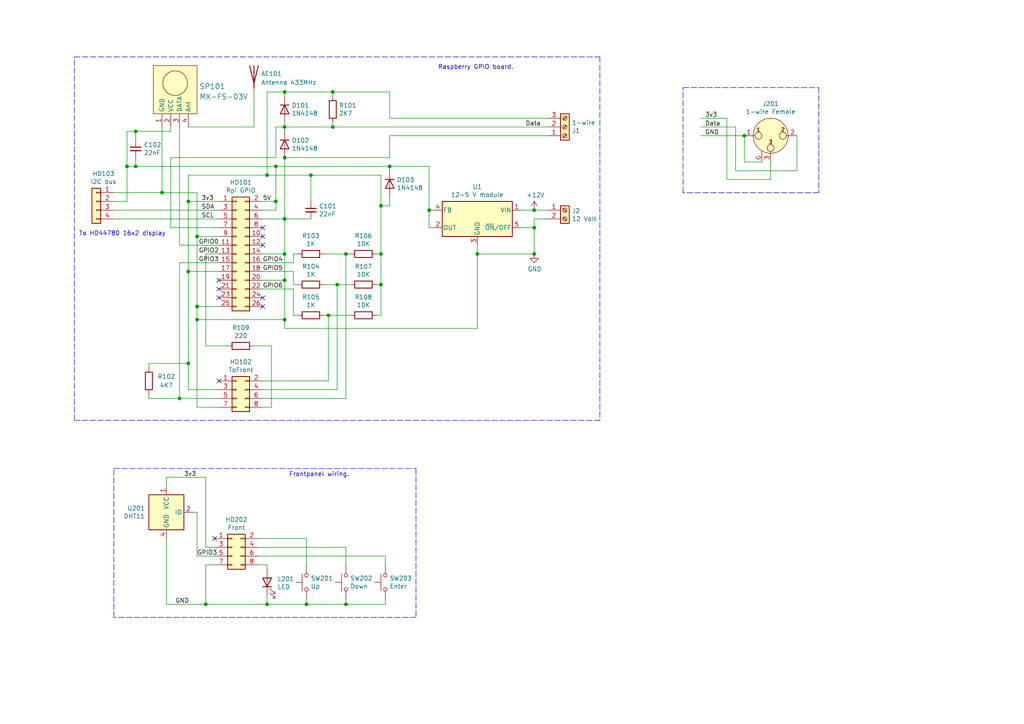
<source format=kicad_sch>
(kicad_sch (version 20211123) (generator eeschema)
  (paper "A4")
  (title_block (title "ThermFerm") (date "2022-10-01") (rev "1.1") (company "MBSE") (comment 1 "GPIO extension module.") (comment 2 "Raspberry Pi Model B+ rev 02."))
  (lib_symbols
    (symbol "1N4148_1" (pin_numbers hide) (pin_names hide)
      (property "Reference" "D" (at 0 2.54 0))
      (property "Value" "1N4148_1" (at 0 -2.54 0))
      (symbol "1N4148_1_0_1"
        (polyline (pts (xy -1.27 1.27) (xy -1.27 -1.27)) (stroke (width 0.254)))
        (polyline (pts (xy 1.27 0) (xy -1.27 0)))
        (polyline (pts (xy 1.27 1.27) (xy 1.27 -1.27) (xy -1.27 0) (xy 1.27 1.27)) (stroke (width 0.254)))
      )
      (symbol "1N4148_1_1_1"
        (pin passive line (at -3.81 0 0) (length 2.54) (name "K") (number "1"))
        (pin passive line (at 3.81 0 180) (length 2.54) (name "A") (number "2"))
      )
    )
    (symbol "1N4148_2" (pin_numbers hide) (pin_names hide)
      (property "Reference" "D" (at 0 2.54 0))
      (property "Value" "1N4148_2" (at 0 -2.54 0))
      (symbol "1N4148_2_0_1"
        (polyline (pts (xy -1.27 1.27) (xy -1.27 -1.27)) (stroke (width 0.254)))
        (polyline (pts (xy 1.27 0) (xy -1.27 0)))
        (polyline (pts (xy 1.27 1.27) (xy 1.27 -1.27) (xy -1.27 0) (xy 1.27 1.27)) (stroke (width 0.254)))
      )
      (symbol "1N4148_2_1_1"
        (pin passive line (at -3.81 0 0) (length 2.54) (name "K") (number "1"))
        (pin passive line (at 3.81 0 180) (length 2.54) (name "A") (number "2"))
      )
    )
    (symbol "Connector:Screw_Terminal_01x02" (pin_names (offset 1.016) hide)
      (property "Reference" "J" (at 0 2.54 0))
      (property "Value" "Screw_Terminal_01x02" (at 0 -5.08 0))
      (symbol "Screw_Terminal_01x02_1_1"
        (rectangle (start -1.27 1.27) (end 1.27 -3.81) (stroke (width 0.254)) (fill (type background)))
        (circle (center 0 -2.54) (radius 0.635) (stroke (width 0.1524)))
        (polyline (pts (xy -0.5334 -2.2098) (xy 0.3302 -3.048)) (stroke (width 0.1524)))
        (polyline (pts (xy -0.5334 0.3302) (xy 0.3302 -0.508)) (stroke (width 0.1524)))
        (polyline (pts (xy -0.3556 -2.032) (xy 0.508 -2.8702)) (stroke (width 0.1524)))
        (polyline (pts (xy -0.3556 0.508) (xy 0.508 -0.3302)) (stroke (width 0.1524)))
        (circle (center 0 0) (radius 0.635) (stroke (width 0.1524)))
        (pin passive line (at -5.08 0 0) (length 3.81) (name "Pin_1") (number "1"))
        (pin passive line (at -5.08 -2.54 0) (length 3.81) (name "Pin_2") (number "2"))
      )
    )
    (symbol "Connector:Screw_Terminal_01x03" (pin_names (offset 1.016) hide)
      (property "Reference" "J" (at 0 5.08 0))
      (property "Value" "Screw_Terminal_01x03" (at 0 -5.08 0))
      (symbol "Screw_Terminal_01x03_1_1"
        (rectangle (start -1.27 3.81) (end 1.27 -3.81) (stroke (width 0.254)) (fill (type background)))
        (circle (center 0 -2.54) (radius 0.635) (stroke (width 0.1524)))
        (polyline (pts (xy -0.5334 -2.2098) (xy 0.3302 -3.048)) (stroke (width 0.1524)))
        (polyline (pts (xy -0.5334 0.3302) (xy 0.3302 -0.508)) (stroke (width 0.1524)))
        (polyline (pts (xy -0.5334 2.8702) (xy 0.3302 2.032)) (stroke (width 0.1524)))
        (polyline (pts (xy -0.3556 -2.032) (xy 0.508 -2.8702)) (stroke (width 0.1524)))
        (polyline (pts (xy -0.3556 0.508) (xy 0.508 -0.3302)) (stroke (width 0.1524)))
        (polyline (pts (xy -0.3556 3.048) (xy 0.508 2.2098)) (stroke (width 0.1524)))
        (circle (center 0 0) (radius 0.635) (stroke (width 0.1524)))
        (circle (center 0 2.54) (radius 0.635) (stroke (width 0.1524)))
        (pin passive line (at -5.08 2.54 0) (length 3.81) (name "Pin_1") (number "1"))
        (pin passive line (at -5.08 0 0) (length 3.81) (name "Pin_2") (number "2"))
        (pin passive line (at -5.08 -2.54 0) (length 3.81) (name "Pin_3") (number "3"))
      )
    )
    (symbol "Connector:XLR3_Ground" (pin_names hide)
      (property "Reference" "J" (at 0 8.89 0))
      (property "Value" "XLR3_Ground" (at 0 6.35 0))
      (symbol "XLR3_Ground_0_1"
        (circle (center -3.556 0) (radius 1.016))
        (circle (center 0 -3.556) (radius 1.016))
        (polyline (pts (xy -5.08 0) (xy -4.572 0)))
        (polyline (pts (xy -2.54 -5.08) (xy -2.54 -4.445)))
        (polyline (pts (xy 0 -5.08) (xy 0 -4.572)))
        (polyline (pts (xy 5.08 0) (xy 4.572 0)))
        (circle (center 0 0) (radius 5.08) (fill (type background)))
        (circle (center 3.556 0) (radius 1.016))
        (text "1" (at -3.556 1.778 0) (effects (font (size 1.016 1.016) bold)))
        (text "2" (at 3.556 1.778 0) (effects (font (size 1.016 1.016) bold)))
        (text "3" (at 0 -1.778 0) (effects (font (size 1.016 1.016) bold)))
        (pin passive line (at -7.62 0 0) (length 2.54) (name "~") (number "1"))
        (pin passive line (at 7.62 0 180) (length 2.54) (name "~") (number "2"))
        (pin passive line (at 0 -7.62 90) (length 2.54) (name "~") (number "3"))
      )
      (symbol "XLR3_Ground_1_1"
        (pin passive line (at -2.54 -7.62 90) (length 2.54) (name "~") (number "G"))
      )
    )
    (symbol "Connector_Generic:Conn_01x04" (pin_names (offset 1.016) hide)
      (property "Reference" "J" (at 0 5.08 0))
      (property "Value" "Conn_01x04" (at 0 -7.62 0))
      (symbol "Conn_01x04_1_1"
        (rectangle (start -1.27 -4.953) (end 0 -5.207) (stroke (width 0.1524)))
        (rectangle (start -1.27 -2.413) (end 0 -2.667) (stroke (width 0.1524)))
        (rectangle (start -1.27 0.127) (end 0 -0.127) (stroke (width 0.1524)))
        (rectangle (start -1.27 2.667) (end 0 2.413) (stroke (width 0.1524)))
        (rectangle (start -1.27 3.81) (end 1.27 -6.35) (stroke (width 0.254)) (fill (type background)))
        (pin passive line (at -5.08 2.54 0) (length 3.81) (name "Pin_1") (number "1"))
        (pin passive line (at -5.08 0 0) (length 3.81) (name "Pin_2") (number "2"))
        (pin passive line (at -5.08 -2.54 0) (length 3.81) (name "Pin_3") (number "3"))
        (pin passive line (at -5.08 -5.08 0) (length 3.81) (name "Pin_4") (number "4"))
      )
    )
    (symbol "Connector_Generic:Conn_02x04_Odd_Even" (pin_names (offset 1.016) hide)
      (property "Reference" "J" (at 1.27 5.08 0))
      (property "Value" "Conn_02x04_Odd_Even" (at 1.27 -7.62 0))
      (symbol "Conn_02x04_Odd_Even_1_1"
        (rectangle (start -1.27 -4.953) (end 0 -5.207) (stroke (width 0.1524)))
        (rectangle (start -1.27 -2.413) (end 0 -2.667) (stroke (width 0.1524)))
        (rectangle (start -1.27 0.127) (end 0 -0.127) (stroke (width 0.1524)))
        (rectangle (start -1.27 2.667) (end 0 2.413) (stroke (width 0.1524)))
        (rectangle (start -1.27 3.81) (end 3.81 -6.35) (stroke (width 0.254)) (fill (type background)))
        (rectangle (start 3.81 -4.953) (end 2.54 -5.207) (stroke (width 0.1524)))
        (rectangle (start 3.81 -2.413) (end 2.54 -2.667) (stroke (width 0.1524)))
        (rectangle (start 3.81 0.127) (end 2.54 -0.127) (stroke (width 0.1524)))
        (rectangle (start 3.81 2.667) (end 2.54 2.413) (stroke (width 0.1524)))
        (pin passive line (at -5.08 2.54 0) (length 3.81) (name "Pin_1") (number "1"))
        (pin passive line (at 7.62 2.54 180) (length 3.81) (name "Pin_2") (number "2"))
        (pin passive line (at -5.08 0 0) (length 3.81) (name "Pin_3") (number "3"))
        (pin passive line (at 7.62 0 180) (length 3.81) (name "Pin_4") (number "4"))
        (pin passive line (at -5.08 -2.54 0) (length 3.81) (name "Pin_5") (number "5"))
        (pin passive line (at 7.62 -2.54 180) (length 3.81) (name "Pin_6") (number "6"))
        (pin passive line (at -5.08 -5.08 0) (length 3.81) (name "Pin_7") (number "7"))
        (pin passive line (at 7.62 -5.08 180) (length 3.81) (name "Pin_8") (number "8"))
      )
    )
    (symbol "Connector_Generic:Conn_02x13_Odd_Even" (pin_names (offset 1.016) hide)
      (property "Reference" "J" (at 1.27 17.78 0))
      (property "Value" "Conn_02x13_Odd_Even" (at 1.27 -17.78 0))
      (symbol "Conn_02x13_Odd_Even_1_1"
        (rectangle (start -1.27 -15.113) (end 0 -15.367) (stroke (width 0.1524)))
        (rectangle (start -1.27 -12.573) (end 0 -12.827) (stroke (width 0.1524)))
        (rectangle (start -1.27 -10.033) (end 0 -10.287) (stroke (width 0.1524)))
        (rectangle (start -1.27 -7.493) (end 0 -7.747) (stroke (width 0.1524)))
        (rectangle (start -1.27 -4.953) (end 0 -5.207) (stroke (width 0.1524)))
        (rectangle (start -1.27 -2.413) (end 0 -2.667) (stroke (width 0.1524)))
        (rectangle (start -1.27 0.127) (end 0 -0.127) (stroke (width 0.1524)))
        (rectangle (start -1.27 2.667) (end 0 2.413) (stroke (width 0.1524)))
        (rectangle (start -1.27 5.207) (end 0 4.953) (stroke (width 0.1524)))
        (rectangle (start -1.27 7.747) (end 0 7.493) (stroke (width 0.1524)))
        (rectangle (start -1.27 10.287) (end 0 10.033) (stroke (width 0.1524)))
        (rectangle (start -1.27 12.827) (end 0 12.573) (stroke (width 0.1524)))
        (rectangle (start -1.27 15.367) (end 0 15.113) (stroke (width 0.1524)))
        (rectangle (start -1.27 16.51) (end 3.81 -16.51) (stroke (width 0.254)) (fill (type background)))
        (rectangle (start 3.81 -15.113) (end 2.54 -15.367) (stroke (width 0.1524)))
        (rectangle (start 3.81 -12.573) (end 2.54 -12.827) (stroke (width 0.1524)))
        (rectangle (start 3.81 -10.033) (end 2.54 -10.287) (stroke (width 0.1524)))
        (rectangle (start 3.81 -7.493) (end 2.54 -7.747) (stroke (width 0.1524)))
        (rectangle (start 3.81 -4.953) (end 2.54 -5.207) (stroke (width 0.1524)))
        (rectangle (start 3.81 -2.413) (end 2.54 -2.667) (stroke (width 0.1524)))
        (rectangle (start 3.81 0.127) (end 2.54 -0.127) (stroke (width 0.1524)))
        (rectangle (start 3.81 2.667) (end 2.54 2.413) (stroke (width 0.1524)))
        (rectangle (start 3.81 5.207) (end 2.54 4.953) (stroke (width 0.1524)))
        (rectangle (start 3.81 7.747) (end 2.54 7.493) (stroke (width 0.1524)))
        (rectangle (start 3.81 10.287) (end 2.54 10.033) (stroke (width 0.1524)))
        (rectangle (start 3.81 12.827) (end 2.54 12.573) (stroke (width 0.1524)))
        (rectangle (start 3.81 15.367) (end 2.54 15.113) (stroke (width 0.1524)))
        (pin passive line (at -5.08 15.24 0) (length 3.81) (name "Pin_1") (number "1"))
        (pin passive line (at 7.62 5.08 180) (length 3.81) (name "Pin_10") (number "10"))
        (pin passive line (at -5.08 2.54 0) (length 3.81) (name "Pin_11") (number "11"))
        (pin passive line (at 7.62 2.54 180) (length 3.81) (name "Pin_12") (number "12"))
        (pin passive line (at -5.08 0 0) (length 3.81) (name "Pin_13") (number "13"))
        (pin passive line (at 7.62 0 180) (length 3.81) (name "Pin_14") (number "14"))
        (pin passive line (at -5.08 -2.54 0) (length 3.81) (name "Pin_15") (number "15"))
        (pin passive line (at 7.62 -2.54 180) (length 3.81) (name "Pin_16") (number "16"))
        (pin passive line (at -5.08 -5.08 0) (length 3.81) (name "Pin_17") (number "17"))
        (pin passive line (at 7.62 -5.08 180) (length 3.81) (name "Pin_18") (number "18"))
        (pin passive line (at -5.08 -7.62 0) (length 3.81) (name "Pin_19") (number "19"))
        (pin passive line (at 7.62 15.24 180) (length 3.81) (name "Pin_2") (number "2"))
        (pin passive line (at 7.62 -7.62 180) (length 3.81) (name "Pin_20") (number "20"))
        (pin passive line (at -5.08 -10.16 0) (length 3.81) (name "Pin_21") (number "21"))
        (pin passive line (at 7.62 -10.16 180) (length 3.81) (name "Pin_22") (number "22"))
        (pin passive line (at -5.08 -12.7 0) (length 3.81) (name "Pin_23") (number "23"))
        (pin passive line (at 7.62 -12.7 180) (length 3.81) (name "Pin_24") (number "24"))
        (pin passive line (at -5.08 -15.24 0) (length 3.81) (name "Pin_25") (number "25"))
        (pin passive line (at 7.62 -15.24 180) (length 3.81) (name "Pin_26") (number "26"))
        (pin passive line (at -5.08 12.7 0) (length 3.81) (name "Pin_3") (number "3"))
        (pin passive line (at 7.62 12.7 180) (length 3.81) (name "Pin_4") (number "4"))
        (pin passive line (at -5.08 10.16 0) (length 3.81) (name "Pin_5") (number "5"))
        (pin passive line (at 7.62 10.16 180) (length 3.81) (name "Pin_6") (number "6"))
        (pin passive line (at -5.08 7.62 0) (length 3.81) (name "Pin_7") (number "7"))
        (pin passive line (at 7.62 7.62 180) (length 3.81) (name "Pin_8") (number "8"))
        (pin passive line (at -5.08 5.08 0) (length 3.81) (name "Pin_9") (number "9"))
      )
    )
    (symbol "Device:Antenna" (pin_numbers hide) (pin_names (offset 1.016) hide)
      (property "Reference" "AE" (at -1.905 1.905 0))
      (property "Value" "Antenna" (at -1.905 0 0))
      (symbol "Antenna_0_1"
        (polyline (pts (xy 0 2.54) (xy 0 -3.81)) (stroke (width 0.254)))
        (polyline (pts (xy 1.27 2.54) (xy 0 -2.54) (xy -1.27 2.54)) (stroke (width 0.254)))
      )
      (symbol "Antenna_1_1"
        (pin input line (at 0 -5.08 90) (length 2.54) (name "A") (number "1"))
      )
    )
    (symbol "Device:C_Small" (pin_numbers hide) (pin_names (offset 0.254) hide)
      (property "Reference" "C" (at 0.254 1.778 0))
      (property "Value" "C_Small" (at 0.254 -2.032 0))
      (symbol "C_Small_0_1"
        (polyline (pts (xy -1.524 -0.508) (xy 1.524 -0.508)) (stroke (width 0.3302)))
        (polyline (pts (xy -1.524 0.508) (xy 1.524 0.508)) (stroke (width 0.3048)))
      )
      (symbol "C_Small_1_1"
        (pin passive line (at 0 2.54 270) (length 2.032) (name "~") (number "1"))
        (pin passive line (at 0 -2.54 90) (length 2.032) (name "~") (number "2"))
      )
    )
    (symbol "Device:LED" (pin_numbers hide) (pin_names (offset 1.016) hide)
      (property "Reference" "D" (at 0 2.54 0))
      (property "Value" "LED" (at 0 -2.54 0))
      (symbol "LED_0_1"
        (polyline (pts (xy -1.27 -1.27) (xy -1.27 1.27)) (stroke (width 0.254)))
        (polyline (pts (xy -1.27 0) (xy 1.27 0)))
        (polyline (pts (xy 1.27 -1.27) (xy 1.27 1.27) (xy -1.27 0) (xy 1.27 -1.27)) (stroke (width 0.254)))
        (polyline (pts (xy -3.048 -0.762) (xy -4.572 -2.286) (xy -3.81 -2.286) (xy -4.572 -2.286) (xy -4.572 -1.524)))
        (polyline (pts (xy -1.778 -0.762) (xy -3.302 -2.286) (xy -2.54 -2.286) (xy -3.302 -2.286) (xy -3.302 -1.524)))
      )
      (symbol "LED_1_1"
        (pin passive line (at -3.81 0 0) (length 2.54) (name "K") (number "1"))
        (pin passive line (at 3.81 0 180) (length 2.54) (name "A") (number "2"))
      )
    )
    (symbol "Device:R" (pin_numbers hide) (pin_names (offset 0))
      (property "Reference" "R" (at 2.032 0 90))
      (property "Value" "R" (at 0 0 90))
      (symbol "R_0_1"
        (rectangle (start -1.016 -2.54) (end 1.016 2.54) (stroke (width 0.254)))
      )
      (symbol "R_1_1"
        (pin passive line (at 0 3.81 270) (length 1.27) (name "~") (number "1"))
        (pin passive line (at 0 -3.81 90) (length 1.27) (name "~") (number "2"))
      )
    )
    (symbol "Diode:1N4148" (pin_numbers hide) (pin_names hide)
      (property "Reference" "D" (at 0 2.54 0))
      (property "Value" "1N4148" (at 0 -2.54 0))
      (symbol "1N4148_0_1"
        (polyline (pts (xy -1.27 1.27) (xy -1.27 -1.27)) (stroke (width 0.254)))
        (polyline (pts (xy 1.27 0) (xy -1.27 0)))
        (polyline (pts (xy 1.27 1.27) (xy 1.27 -1.27) (xy -1.27 0) (xy 1.27 1.27)) (stroke (width 0.254)))
      )
      (symbol "1N4148_1_1"
        (pin passive line (at -3.81 0 0) (length 2.54) (name "K") (number "1"))
        (pin passive line (at 3.81 0 180) (length 2.54) (name "A") (number "2"))
      )
    )
    (symbol "MBSE:FS1000A"
      (property "Reference" "Brd" (at 0 13.97 0))
      (property "Value" "FS1000A" (at 0 11.43 0))
      (symbol "FS1000A_0_0"
        (pin output line (at 3.81 -8.89 90) (length 3.81) (name "Ant") (number "4"))
      )
      (symbol "FS1000A_0_1"
        (rectangle (start -6.35 -5.08) (end 6.35 8.89) (fill (type background)))
        (circle (center 0 3.81) (radius 3.5814))
      )
      (symbol "FS1000A_1_1"
        (pin power_in line (at -3.81 -8.89 90) (length 3.81) (name "GND") (number "1"))
        (pin power_in line (at -1.27 -8.89 90) (length 3.81) (name "VCC") (number "2"))
        (pin input line (at 1.27 -8.89 90) (length 3.81) (name "DATA") (number "3"))
      )
    )
    (symbol "Regulator_Switching:LM2575-5.0BU" (pin_names (offset 0.254))
      (property "Reference" "U" (at -10.16 6.35 0))
      (property "Value" "LM2575-5.0BU" (at 0 6.35 0))
      (symbol "LM2575-5.0BU_0_1"
        (rectangle (start -10.16 5.08) (end 10.16 -5.08) (stroke (width 0.254)) (fill (type background)))
      )
      (symbol "LM2575-5.0BU_1_1"
        (pin power_in line (at -12.7 2.54 0) (length 2.54) (name "VIN") (number "1"))
        (pin output line (at 12.7 -2.54 180) (length 2.54) (name "OUT") (number "2"))
        (pin power_in line (at 0 -7.62 90) (length 2.54) (name "GND") (number "3"))
        (pin input line (at 12.7 2.54 180) (length 2.54) (name "FB") (number "4"))
        (pin input line (at -12.7 -2.54 0) (length 2.54) (name "~{ON}/OFF") (number "5"))
      )
    )
    (symbol "Sensor:DHT11"
      (property "Reference" "U" (at -3.81 6.35 0))
      (property "Value" "DHT11" (at 3.81 6.35 0))
      (symbol "DHT11_0_1"
        (rectangle (start -5.08 5.08) (end 5.08 -5.08) (stroke (width 0.254)) (fill (type background)))
      )
      (symbol "DHT11_1_1"
        (pin power_in line (at 0 7.62 270) (length 2.54) (name "VCC") (number "1"))
        (pin bidirectional line (at 7.62 0 180) (length 2.54) (name "IO") (number "2"))
        (pin no_connect line (at -5.08 0 0) (length 2.54) hide (name "NC") (number "3"))
        (pin power_in line (at 0 -7.62 90) (length 2.54) (name "GND") (number "4"))
      )
    )
    (symbol "Switch:SW_Push" (pin_numbers hide) (pin_names (offset 1.016) hide)
      (property "Reference" "SW" (at 1.27 2.54 0))
      (property "Value" "SW_Push" (at 0 -1.524 0))
      (symbol "SW_Push_0_1"
        (circle (center -2.032 0) (radius 0.508))
        (polyline (pts (xy 0 1.27) (xy 0 3.048)))
        (polyline (pts (xy 2.54 1.27) (xy -2.54 1.27)))
        (circle (center 2.032 0) (radius 0.508))
        (pin passive line (at -5.08 0 0) (length 2.54) (name "1") (number "1"))
        (pin passive line (at 5.08 0 180) (length 2.54) (name "2") (number "2"))
      )
    )
    (symbol "power:+12V" (power) (pin_names (offset 0))
      (property "Value" "+12V" (at 0 3.556 0))
      (symbol "+12V_0_1"
        (polyline (pts (xy -0.762 1.27) (xy 0 2.54)))
        (polyline (pts (xy 0 0) (xy 0 2.54)))
        (polyline (pts (xy 0 2.54) (xy 0.762 1.27)))
      )
      (symbol "+12V_1_1"
        (pin power_in line (at 0 0 90) (length 0) hide (name "+12V") (number "1"))
      )
    )
    (symbol "power:GND" (power) (pin_names (offset 0))
      (property "Value" "GND" (at 0 -3.81 0))
      (symbol "GND_0_1"
        (polyline (pts (xy 0 0) (xy 0 -1.27) (xy 1.27 -1.27) (xy 0 -2.54) (xy -1.27 -1.27) (xy 0 -1.27)))
      )
      (symbol "GND_1_1"
        (pin power_in line (at 0 0 270) (length 0) hide (name "GND") (number "1"))
      )
    )
  )
  (junction (at 57.15 88.9))
  (junction (at 154.94 73.66))
  (junction (at 36.83 48.26))
  (junction (at 110.49 59.69))
  (junction (at 54.61 58.42))
  (junction (at 154.94 66.04))
  (junction (at 95.25 91.44))
  (junction (at 77.47 50.8))
  (junction (at 82.55 92.71))
  (junction (at 82.55 63.5))
  (junction (at 82.55 26.67))
  (junction (at 39.37 38.1))
  (junction (at 59.69 175.26))
  (junction (at 110.49 73.66))
  (junction (at 96.52 36.83))
  (junction (at 54.61 78.74))
  (junction (at 82.55 81.28))
  (junction (at 110.49 82.55))
  (junction (at 154.94 60.96))
  (junction (at 39.37 48.26))
  (junction (at 124.46 60.96))
  (junction (at 52.07 115.57))
  (junction (at 88.9 175.26))
  (junction (at 97.79 82.55))
  (junction (at 100.33 73.66))
  (junction (at 80.01 48.26))
  (junction (at 57.15 92.71))
  (junction (at 80.01 58.42))
  (junction (at 82.55 45.72))
  (junction (at 54.61 105.41))
  (junction (at 90.17 50.8))
  (junction (at 96.52 26.67))
  (junction (at 113.03 48.26))
  (junction (at 46.99 55.88))
  (junction (at 100.33 175.26))
  (junction (at 82.55 36.83))
  (junction (at 77.47 175.26))
  (junction (at 57.15 68.58))
  (junction (at 215.9 39.37))
  (junction (at 138.43 73.66))
  (junction (at 82.55 73.66))
  (no_connect (at 76.2 86.36))
  (no_connect (at 63.5 110.49))
  (no_connect (at 63.5 86.36))
  (no_connect (at 76.2 66.04))
  (no_connect (at 76.2 68.58))
  (no_connect (at 76.2 88.9))
  (no_connect (at 76.2 71.12))
  (no_connect (at 62.23 156.21))
  (no_connect (at 63.5 83.82))
  (no_connect (at 63.5 81.28))
  (wire (pts (xy 82.55 63.5) (xy 82.55 73.66)))
  (wire (pts (xy 54.61 58.42) (xy 63.5 58.42)))
  (wire (pts (xy 33.02 63.5) (xy 63.5 63.5)))
  (wire (pts (xy 203.2 36.83) (xy 213.36 36.83)))
  (wire (pts (xy 36.83 48.26) (xy 39.37 48.26)))
  (wire (pts (xy 110.49 59.69) (xy 110.49 50.8)))
  (wire (pts (xy 48.26 138.43) (xy 48.26 140.97)))
  (wire (pts (xy 54.61 58.42) (xy 54.61 50.8)))
  (wire (pts (xy 82.55 95.25) (xy 138.43 95.25)))
  (wire (pts (xy 85.09 83.82) (xy 85.09 91.44)))
  (polyline (pts (xy 120.65 135.89) (xy 120.65 179.07)))
  (wire (pts (xy 82.55 92.71) (xy 82.55 81.28)))
  (wire (pts (xy 76.2 83.82) (xy 85.09 83.82)))
  (wire (pts (xy 113.03 26.67) (xy 113.03 34.29)))
  (wire (pts (xy 43.18 105.41) (xy 54.61 105.41)))
  (wire (pts (xy 63.5 60.96) (xy 33.02 60.96)))
  (wire (pts (xy 59.69 158.75) (xy 59.69 138.43)))
  (polyline (pts (xy 198.12 25.4) (xy 237.49 25.4)))
  (wire (pts (xy 124.46 48.26) (xy 124.46 60.96)))
  (wire (pts (xy 97.79 113.03) (xy 97.79 82.55)))
  (wire (pts (xy 63.5 68.58) (xy 57.15 68.58)))
  (wire (pts (xy 110.49 73.66) (xy 109.22 73.66)))
  (wire (pts (xy 88.9 163.83) (xy 88.9 156.21)))
  (wire (pts (xy 74.93 161.29) (xy 111.76 161.29)))
  (wire (pts (xy 100.33 175.26) (xy 111.76 175.26)))
  (wire (pts (xy 154.94 63.5) (xy 158.75 63.5)))
  (wire (pts (xy 95.25 110.49) (xy 76.2 110.49)))
  (wire (pts (xy 95.25 91.44) (xy 95.25 110.49)))
  (wire (pts (xy 80.01 58.42) (xy 76.2 58.42)))
  (wire (pts (xy 54.61 113.03) (xy 63.5 113.03)))
  (wire (pts (xy 77.47 175.26) (xy 59.69 175.26)))
  (wire (pts (xy 76.2 60.96) (xy 80.01 60.96)))
  (wire (pts (xy 210.82 34.29) (xy 210.82 52.07)))
  (wire (pts (xy 110.49 50.8) (xy 90.17 50.8)))
  (wire (pts (xy 57.15 55.88) (xy 46.99 55.88)))
  (wire (pts (xy 213.36 49.53) (xy 231.14 49.53)))
  (wire (pts (xy 220.98 46.99) (xy 215.9 46.99)))
  (wire (pts (xy 96.52 26.67) (xy 113.03 26.67)))
  (wire (pts (xy 113.03 34.29) (xy 158.75 34.29)))
  (wire (pts (xy 76.2 113.03) (xy 97.79 113.03)))
  (wire (pts (xy 85.09 73.66) (xy 86.36 73.66)))
  (wire (pts (xy 109.22 91.44) (xy 110.49 91.44)))
  (wire (pts (xy 203.2 34.29) (xy 210.82 34.29)))
  (polyline (pts (xy 21.59 16.51) (xy 173.99 16.51)))
  (wire (pts (xy 54.61 105.41) (xy 54.61 113.03)))
  (wire (pts (xy 76.2 78.74) (xy 85.09 78.74)))
  (wire (pts (xy 76.2 118.11) (xy 78.74 118.11)))
  (wire (pts (xy 111.76 161.29) (xy 111.76 163.83)))
  (wire (pts (xy 76.2 76.2) (xy 85.09 76.2)))
  (wire (pts (xy 93.98 73.66) (xy 100.33 73.66)))
  (wire (pts (xy 95.25 91.44) (xy 101.6 91.44)))
  (wire (pts (xy 154.94 60.96) (xy 158.75 60.96)))
  (wire (pts (xy 203.2 39.37) (xy 215.9 39.37)))
  (wire (pts (xy 82.55 27.94) (xy 82.55 26.67)))
  (polyline (pts (xy 173.99 16.51) (xy 173.99 121.92)))
  (wire (pts (xy 57.15 68.58) (xy 57.15 88.9)))
  (wire (pts (xy 113.03 48.26) (xy 124.46 48.26)))
  (wire (pts (xy 88.9 173.99) (xy 88.9 175.26)))
  (wire (pts (xy 39.37 48.26) (xy 80.01 48.26)))
  (wire (pts (xy 151.13 66.04) (xy 154.94 66.04)))
  (wire (pts (xy 57.15 118.11) (xy 57.15 92.71)))
  (wire (pts (xy 57.15 88.9) (xy 63.5 88.9)))
  (wire (pts (xy 96.52 36.83) (xy 96.52 35.56)))
  (wire (pts (xy 85.09 91.44) (xy 86.36 91.44)))
  (wire (pts (xy 100.33 115.57) (xy 100.33 73.66)))
  (wire (pts (xy 63.5 118.11) (xy 57.15 118.11)))
  (wire (pts (xy 33.02 58.42) (xy 36.83 58.42)))
  (wire (pts (xy 52.07 71.12) (xy 63.5 71.12)))
  (wire (pts (xy 55.88 148.59) (xy 57.15 148.59)))
  (wire (pts (xy 82.55 26.67) (xy 96.52 26.67)))
  (wire (pts (xy 74.93 158.75) (xy 100.33 158.75)))
  (wire (pts (xy 39.37 38.1) (xy 49.53 38.1)))
  (wire (pts (xy 96.52 27.94) (xy 96.52 26.67)))
  (wire (pts (xy 110.49 73.66) (xy 110.49 59.69)))
  (polyline (pts (xy 237.49 25.4) (xy 237.49 55.88)))
  (wire (pts (xy 39.37 38.1) (xy 39.37 40.64)))
  (wire (pts (xy 52.07 115.57) (xy 63.5 115.57)))
  (wire (pts (xy 110.49 82.55) (xy 110.49 73.66)))
  (wire (pts (xy 46.99 55.88) (xy 33.02 55.88)))
  (wire (pts (xy 213.36 36.83) (xy 213.36 49.53)))
  (wire (pts (xy 88.9 156.21) (xy 74.93 156.21)))
  (wire (pts (xy 39.37 45.72) (xy 39.37 48.26)))
  (wire (pts (xy 77.47 26.67) (xy 77.47 50.8)))
  (wire (pts (xy 215.9 46.99) (xy 215.9 39.37)))
  (wire (pts (xy 82.55 36.83) (xy 82.55 35.56)))
  (wire (pts (xy 223.52 52.07) (xy 223.52 46.99)))
  (wire (pts (xy 59.69 100.33) (xy 66.04 100.33)))
  (wire (pts (xy 97.79 82.55) (xy 101.6 82.55)))
  (wire (pts (xy 57.15 161.29) (xy 62.23 161.29)))
  (wire (pts (xy 78.74 100.33) (xy 73.66 100.33)))
  (wire (pts (xy 82.55 73.66) (xy 82.55 81.28)))
  (wire (pts (xy 57.15 92.71) (xy 82.55 92.71)))
  (wire (pts (xy 57.15 68.58) (xy 57.15 55.88)))
  (wire (pts (xy 63.5 76.2) (xy 52.07 76.2)))
  (wire (pts (xy 124.46 60.96) (xy 124.46 66.04)))
  (wire (pts (xy 63.5 78.74) (xy 54.61 78.74)))
  (wire (pts (xy 100.33 175.26) (xy 100.33 173.99)))
  (polyline (pts (xy 198.12 55.88) (xy 198.12 25.4)))
  (wire (pts (xy 59.69 73.66) (xy 59.69 100.33)))
  (wire (pts (xy 62.23 163.83) (xy 59.69 163.83)))
  (wire (pts (xy 77.47 26.67) (xy 82.55 26.67)))
  (wire (pts (xy 124.46 66.04) (xy 125.73 66.04)))
  (wire (pts (xy 110.49 91.44) (xy 110.49 82.55)))
  (wire (pts (xy 54.61 78.74) (xy 54.61 58.42)))
  (wire (pts (xy 151.13 60.96) (xy 154.94 60.96)))
  (wire (pts (xy 52.07 115.57) (xy 43.18 115.57)))
  (wire (pts (xy 52.07 36.83) (xy 52.07 71.12)))
  (wire (pts (xy 82.55 81.28) (xy 76.2 81.28)))
  (wire (pts (xy 93.98 91.44) (xy 95.25 91.44)))
  (wire (pts (xy 80.01 36.83) (xy 82.55 36.83)))
  (wire (pts (xy 43.18 106.68) (xy 43.18 105.41)))
  (wire (pts (xy 63.5 73.66) (xy 59.69 73.66)))
  (wire (pts (xy 90.17 63.5) (xy 82.55 63.5)))
  (wire (pts (xy 54.61 50.8) (xy 77.47 50.8)))
  (polyline (pts (xy 237.49 55.88) (xy 198.12 55.88)))
  (wire (pts (xy 90.17 50.8) (xy 90.17 58.42)))
  (wire (pts (xy 210.82 52.07) (xy 223.52 52.07)))
  (wire (pts (xy 138.43 71.12) (xy 138.43 73.66)))
  (wire (pts (xy 43.18 115.57) (xy 43.18 114.3)))
  (wire (pts (xy 124.46 60.96) (xy 125.73 60.96)))
  (wire (pts (xy 82.55 73.66) (xy 76.2 73.66)))
  (polyline (pts (xy 33.02 179.07) (xy 33.02 135.89)))
  (wire (pts (xy 138.43 95.25) (xy 138.43 73.66)))
  (wire (pts (xy 36.83 38.1) (xy 39.37 38.1)))
  (wire (pts (xy 77.47 172.72) (xy 77.47 175.26)))
  (wire (pts (xy 113.03 57.15) (xy 113.03 59.69)))
  (wire (pts (xy 80.01 60.96) (xy 80.01 58.42)))
  (polyline (pts (xy 21.59 121.92) (xy 21.59 16.51)))
  (wire (pts (xy 82.55 92.71) (xy 82.55 95.25)))
  (wire (pts (xy 110.49 82.55) (xy 109.22 82.55)))
  (wire (pts (xy 48.26 175.26) (xy 48.26 156.21)))
  (wire (pts (xy 59.69 163.83) (xy 59.69 175.26)))
  (wire (pts (xy 85.09 78.74) (xy 85.09 82.55)))
  (wire (pts (xy 85.09 76.2) (xy 85.09 73.66)))
  (wire (pts (xy 54.61 36.83) (xy 73.66 36.83)))
  (wire (pts (xy 76.2 115.57) (xy 100.33 115.57)))
  (wire (pts (xy 113.03 59.69) (xy 110.49 59.69)))
  (wire (pts (xy 154.94 73.66) (xy 154.94 66.04)))
  (wire (pts (xy 77.47 163.83) (xy 77.47 165.1)))
  (polyline (pts (xy 33.02 135.89) (xy 120.65 135.89)))
  (wire (pts (xy 80.01 48.26) (xy 113.03 48.26)))
  (wire (pts (xy 73.66 36.83) (xy 73.66 26.67)))
  (wire (pts (xy 113.03 45.72) (xy 113.03 39.37)))
  (wire (pts (xy 76.2 63.5) (xy 82.55 63.5)))
  (wire (pts (xy 62.23 158.75) (xy 59.69 158.75)))
  (wire (pts (xy 100.33 73.66) (xy 101.6 73.66)))
  (wire (pts (xy 78.74 118.11) (xy 78.74 100.33)))
  (wire (pts (xy 138.43 73.66) (xy 154.94 73.66)))
  (wire (pts (xy 57.15 148.59) (xy 57.15 161.29)))
  (wire (pts (xy 82.55 38.1) (xy 82.55 36.83)))
  (wire (pts (xy 93.98 82.55) (xy 97.79 82.55)))
  (wire (pts (xy 113.03 48.26) (xy 113.03 49.53)))
  (wire (pts (xy 74.93 163.83) (xy 77.47 163.83)))
  (wire (pts (xy 154.94 66.04) (xy 154.94 63.5)))
  (wire (pts (xy 88.9 175.26) (xy 100.33 175.26)))
  (wire (pts (xy 63.5 66.04) (xy 49.53 66.04)))
  (wire (pts (xy 36.83 48.26) (xy 36.83 38.1)))
  (wire (pts (xy 80.01 45.72) (xy 80.01 36.83)))
  (wire (pts (xy 49.53 45.72) (xy 80.01 45.72)))
  (polyline (pts (xy 120.65 179.07) (xy 33.02 179.07)))
  (wire (pts (xy 59.69 138.43) (xy 48.26 138.43)))
  (wire (pts (xy 111.76 175.26) (xy 111.76 173.99)))
  (wire (pts (xy 85.09 82.55) (xy 86.36 82.55)))
  (wire (pts (xy 52.07 76.2) (xy 52.07 115.57)))
  (wire (pts (xy 49.53 66.04) (xy 49.53 45.72)))
  (wire (pts (xy 54.61 78.74) (xy 54.61 105.41)))
  (wire (pts (xy 88.9 175.26) (xy 77.47 175.26)))
  (wire (pts (xy 80.01 48.26) (xy 80.01 58.42)))
  (wire (pts (xy 77.47 50.8) (xy 90.17 50.8)))
  (wire (pts (xy 49.53 38.1) (xy 49.53 36.83)))
  (wire (pts (xy 82.55 45.72) (xy 113.03 45.72)))
  (wire (pts (xy 59.69 175.26) (xy 48.26 175.26)))
  (wire (pts (xy 46.99 36.83) (xy 46.99 55.88)))
  (polyline (pts (xy 173.99 121.92) (xy 21.59 121.92)))
  (wire (pts (xy 82.55 63.5) (xy 82.55 45.72)))
  (wire (pts (xy 158.75 36.83) (xy 96.52 36.83)))
  (wire (pts (xy 96.52 36.83) (xy 82.55 36.83)))
  (wire (pts (xy 36.83 58.42) (xy 36.83 48.26)))
  (wire (pts (xy 113.03 39.37) (xy 158.75 39.37)))
  (wire (pts (xy 100.33 158.75) (xy 100.33 163.83)))
  (wire (pts (xy 57.15 88.9) (xy 57.15 92.71)))
  (wire (pts (xy 231.14 49.53) (xy 231.14 39.37)))
  (text "Raspberry GPIO board." (at 127 20.32 0) (effects (font (size 1.27 1.27)) (justify left bottom)))
  (text "Frontpanel wiring." (at 83.82 138.43 0) (effects (font (size 1.27 1.27)) (justify left bottom)))
  (text "To HD44780 16x2 display" (at 22.86 68.58 0) (effects (font (size 1.27 1.27)) (justify left bottom)))
  (label "SCL" (at 58.42 63.5 0))
  (label "GPIO3" (at 57.15 161.29 0))
  (label "GPIO3" (at 63.5 76.2 180))
  (label "GPIO4" (at 76.2 76.2 0))
  (label "GND" (at 50.8 175.26 0))
  (label "GND" (at 204.47 39.37 0))
  (label "Data" (at 204.47 36.83 0))
  (label "GPIO6" (at 76.2 83.82 0))
  (label "Data" (at 152.4 36.83 0))
  (label "GPIO2" (at 63.5 73.66 180))
  (label "3v3" (at 58.42 58.42 0))
  (label "SDA" (at 58.42 60.96 0))
  (label "5V" (at 76.2 58.42 0))
  (label "GPIO5" (at 76.2 78.74 0))
  (label "3v3" (at 53.34 138.43 0))
  (label "GPIO0" (at 63.5 71.12 180))
  (label "3v3" (at 204.47 34.29 0))
  (symbol (lib_id "Connector_Generic:Conn_02x13_Odd_Even") (at 68.58 73.66 0) (unit 1)
    (property "Reference" "HD101" (at 69.85 52.9082 0))
    (property "Value" "Rpi GPIO" (at 69.85 55.2196 0))
    (property "Footprint" "Connector_PinHeader_2.54mm:PinHeader_2x13_P2.54mm_Vertical" (effects hide))
  )
  (symbol (lib_id "Connector_Generic:Conn_02x04_Odd_Even") (at 68.58 113.03 0) (unit 1)
    (property "Reference" "HD102" (at 69.85 104.9782 0))
    (property "Value" "ToFront" (at 69.85 107.2896 0))
    (property "Footprint" "Connector_PinHeader_2.54mm:PinHeader_2x04_P2.54mm_Vertical" (effects hide))
  )
  (symbol (lib_id "Connector_Generic:Conn_01x04") (at 27.94 58.42 0) (mirror y) (unit 1)
    (property "Reference" "HD103" (at 30.0228 50.3682 0))
    (property "Value" "I2C bus" (at 30.0228 52.6796 0))
    (property "Footprint" "Connector_PinHeader_2.54mm:PinHeader_1x04_P2.54mm_Vertical" (effects hide))
  )
  (symbol (lib_id "Connector:Screw_Terminal_01x03") (at 163.83 36.83 0) (mirror x) (unit 1)
    (property "Reference" "J1" (at 165.862 37.8968 0) (effects (justify left)))
    (property "Value" "1-wire" (at 165.862 35.5854 0) (effects (justify left)))
    (property "Footprint" "TerminalBlock:TerminalBlock_Altech_AK300-3_P5.00mm" (effects hide))
  )
  (symbol (lib_id "Connector:Screw_Terminal_01x02") (at 163.83 60.96 0) (unit 1)
    (property "Reference" "J2" (at 165.862 61.1632 0) (effects (justify left)))
    (property "Value" "12 Volt" (at 165.862 63.4746 0) (effects (justify left)))
    (property "Footprint" "TerminalBlock:TerminalBlock_Altech_AK300-2_P5.00mm" (effects hide))
  )
  (symbol (lib_id "Device:C_Small") (at 39.37 43.18 0) (unit 1)
    (property "Reference" "C102" (at 41.7068 42.0116 0) (effects (justify left)))
    (property "Value" "22nF" (at 41.7068 44.323 0) (effects (justify left)))
    (property "Footprint" "Capacitor_THT:C_Disc_D3.0mm_W2.0mm_P2.50mm" (effects hide))
  )
  (symbol (lib_id "Device:C_Small") (at 90.17 60.96 0) (unit 1)
    (property "Reference" "C101" (at 92.5068 59.7916 0) (effects (justify left)))
    (property "Value" "22nF" (at 92.5068 62.103 0) (effects (justify left)))
    (property "Footprint" "Capacitor_THT:C_Disc_D3.0mm_W2.0mm_P2.50mm" (effects hide))
  )
  (symbol (lib_id "Device:R") (at 90.17 73.66 90) (unit 1)
    (property "Reference" "R103" (at 90.17 68.4022 90))
    (property "Value" "1K" (at 90.17 70.7136 90))
    (property "Footprint" "Resistor_THT:R_Axial_DIN0204_L3.6mm_D1.6mm_P2.54mm_Vertical" (effects hide))
  )
  (symbol (lib_id "Device:R") (at 90.17 82.55 90) (unit 1)
    (property "Reference" "R104" (at 90.17 77.2922 90))
    (property "Value" "1K" (at 90.17 79.6036 90))
    (property "Footprint" "Resistor_THT:R_Axial_DIN0204_L3.6mm_D1.6mm_P2.54mm_Vertical" (effects hide))
  )
  (symbol (lib_id "Device:R") (at 90.17 91.44 90) (unit 1)
    (property "Reference" "R105" (at 90.17 86.1822 90))
    (property "Value" "1K" (at 90.17 88.4936 90))
    (property "Footprint" "Resistor_THT:R_Axial_DIN0204_L3.6mm_D1.6mm_P2.54mm_Vertical" (effects hide))
  )
  (symbol (lib_id "Device:R") (at 105.41 73.66 90) (unit 1)
    (property "Reference" "R106" (at 105.41 68.4022 90))
    (property "Value" "10K" (at 105.41 70.7136 90))
    (property "Footprint" "Resistor_THT:R_Axial_DIN0204_L3.6mm_D1.6mm_P2.54mm_Vertical" (effects hide))
  )
  (symbol (lib_id "Device:R") (at 105.41 82.55 90) (unit 1)
    (property "Reference" "R107" (at 105.41 77.2922 90))
    (property "Value" "10K" (at 105.41 79.6036 90))
    (property "Footprint" "Resistor_THT:R_Axial_DIN0204_L3.6mm_D1.6mm_P2.54mm_Vertical" (effects hide))
  )
  (symbol (lib_id "Device:R") (at 105.41 91.44 90) (unit 1)
    (property "Reference" "R108" (at 105.41 86.1822 90))
    (property "Value" "10K" (at 105.41 88.4936 90))
    (property "Footprint" "Resistor_THT:R_Axial_DIN0204_L3.6mm_D1.6mm_P2.54mm_Vertical" (effects hide))
  )
  (symbol (lib_id "Device:R") (at 96.52 31.75 0) (unit 1)
    (property "Reference" "R101" (at 98.298 30.5816 0) (effects (justify left)))
    (property "Value" "2K7" (at 98.298 32.893 0) (effects (justify left)))
    (property "Footprint" "Resistor_THT:R_Axial_DIN0204_L3.6mm_D1.6mm_P2.54mm_Vertical" (effects hide))
  )
  (symbol (lib_name "1N4148_1") (lib_id "Diode:1N4148") (at 82.55 31.75 270) (unit 1)
    (property "Reference" "D101" (at 84.582 30.5816 90) (effects (justify left)))
    (property "Value" "1N4148" (at 84.582 32.893 90) (effects (justify left)))
    (property "Footprint" "Diode_THT:D_DO-35_SOD27_P7.62mm_Horizontal" (effects hide))
    (property "Datasheet" "https://assets.nexperia.com/documents/data-sheet/1N4148_1N4448.pdf" (effects hide))
  )
  (symbol (lib_name "1N4148_2") (lib_id "Diode:1N4148") (at 82.55 41.91 270) (unit 1)
    (property "Reference" "D102" (at 84.582 40.7416 90) (effects (justify left)))
    (property "Value" "1N4148" (at 84.582 43.053 90) (effects (justify left)))
    (property "Footprint" "Diode_THT:D_DO-35_SOD27_P7.62mm_Horizontal" (effects hide))
    (property "Datasheet" "https://assets.nexperia.com/documents/data-sheet/1N4148_1N4448.pdf" (effects hide))
  )
  (symbol (lib_id "Diode:1N4148") (at 113.03 53.34 270) (unit 1)
    (property "Reference" "D103" (at 115.062 52.1716 90) (effects (justify left)))
    (property "Value" "1N4148" (at 115.062 54.483 90) (effects (justify left)))
    (property "Footprint" "Diode_THT:D_DO-35_SOD27_P7.62mm_Horizontal" (effects hide))
    (property "Datasheet" "https://assets.nexperia.com/documents/data-sheet/1N4148_1N4448.pdf" (effects hide))
  )
  (symbol (lib_id "Device:R") (at 69.85 100.33 90) (unit 1)
    (property "Reference" "R109" (at 69.85 95.0722 90))
    (property "Value" "220" (at 69.85 97.3836 90))
    (property "Footprint" "Resistor_THT:R_Axial_DIN0204_L3.6mm_D1.6mm_P2.54mm_Vertical" (effects hide))
  )
  (symbol (lib_id "Device:R") (at 43.18 110.49 0) (unit 1)
    (property "Reference" "R102" (at 48.26 109.22 0))
    (property "Value" "4K7" (at 48.26 111.76 0))
    (property "Footprint" "Resistor_THT:R_Axial_DIN0204_L3.6mm_D1.6mm_P2.54mm_Vertical" (effects hide))
  )
  (symbol (lib_id "Regulator_Switching:LM2575-5.0BU") (at 138.43 63.5 0) (mirror y) (unit 1)
    (property "Reference" "U1" (at 138.43 54.1782 0))
    (property "Value" "12-5 V module" (at 138.43 56.4896 0))
    (property "Footprint" "Package_TO_SOT_SMD:TO-263-5_TabPin3" (effects hide))
    (property "Datasheet" "http://ww1.microchip.com/downloads/en/DeviceDoc/lm2575.pdf" (effects hide))
  )
  (symbol (lib_id "power:GND") (at 154.94 73.66 0) (unit 1)
    (property "Reference" "#PWR0101" (effects hide))
    (property "Value" "GND" (at 155.067 78.0542 0))
  )
  (symbol (lib_id "power:+12V") (at 154.94 60.96 0) (unit 1)
    (property "Reference" "#PWR0102" (effects hide))
    (property "Value" "+12V" (at 155.321 56.5658 0))
  )
  (symbol (lib_id "Connector_Generic:Conn_02x04_Odd_Even") (at 67.31 158.75 0) (unit 1)
    (property "Reference" "HD202" (at 68.58 150.6982 0))
    (property "Value" "Front" (at 68.58 153.0096 0))
    (property "Footprint" "Connector_PinSocket_2.54mm:PinSocket_2x04_P2.54mm_Vertical" (effects hide))
  )
  (symbol (lib_id "Device:LED") (at 77.47 168.91 90) (unit 1)
    (property "Reference" "L201" (at 80.4672 167.9194 90) (effects (justify right)))
    (property "Value" "LED" (at 80.4672 170.2308 90) (effects (justify right)))
  )
  (symbol (lib_id "Switch:SW_Push") (at 88.9 168.91 90) (unit 1)
    (property "Reference" "SW201" (at 90.1192 167.7416 90) (effects (justify right)))
    (property "Value" "Up" (at 90.1192 170.053 90) (effects (justify right)))
  )
  (symbol (lib_id "Switch:SW_Push") (at 100.33 168.91 90) (unit 1)
    (property "Reference" "SW202" (at 101.5492 167.7416 90) (effects (justify right)))
    (property "Value" "Down" (at 101.5492 170.053 90) (effects (justify right)))
  )
  (symbol (lib_id "Switch:SW_Push") (at 111.76 168.91 90) (unit 1)
    (property "Reference" "SW203" (at 112.9792 167.7416 90) (effects (justify right)))
    (property "Value" "Enter" (at 112.9792 170.053 90) (effects (justify right)))
  )
  (symbol (lib_id "Sensor:DHT11") (at 48.26 148.59 0) (unit 1)
    (property "Reference" "U201" (at 42.0624 147.4216 0) (effects (justify right)))
    (property "Value" "DHT11" (at 42.0624 149.733 0) (effects (justify right)))
    (property "Footprint" "Sensor:Aosong_DHT11_5.5x12.0_P2.54mm" (effects hide))
    (property "Datasheet" "http://akizukidenshi.com/download/ds/aosong/DHT11.pdf" (effects hide))
  )
  (symbol (lib_id "Connector:XLR3_Ground") (at 223.52 39.37 0) (unit 1)
    (property "Reference" "J201" (at 223.52 30.099 0))
    (property "Value" "1-wire Female" (at 223.52 32.4104 0))
    (property "Datasheet" " ~" (effects hide))
  )
  (symbol (lib_id "Device:Antenna") (at 73.66 21.59 0) (unit 1)
    (property "Reference" "AE101" (at 75.692 21.3903 0) (effects (justify left)))
    (property "Value" "Antenna 433MHz" (at 75.692 23.9272 0) (effects (justify left)))
  )
  (symbol (lib_id "MBSE:FS1000A") (at 50.8 27.94 0) (unit 1)
    (property "Reference" "SP101" (at 57.785 25.0588 0) (effects (font (size 1.524 1.524)) (justify left)))
    (property "Value" "MX-FS-03V" (at 57.785 28.0522 0) (effects (font (size 1.524 1.524)) (justify left)))
  )
)
</source>
